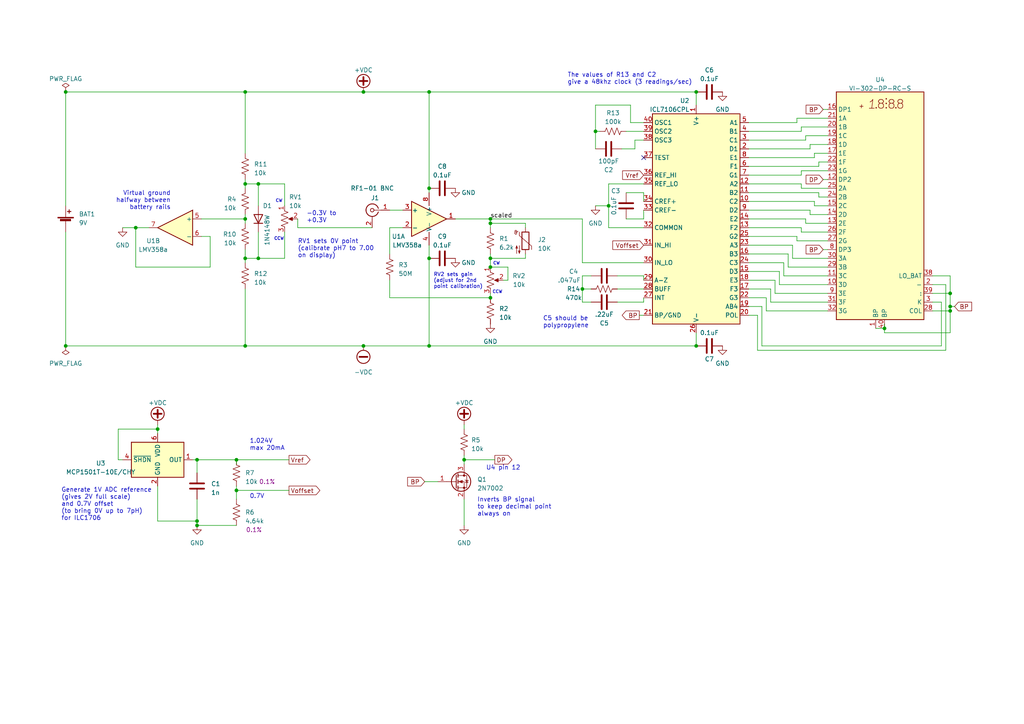
<source format=kicad_sch>
(kicad_sch (version 20230121) (generator eeschema)
  (paper "A4")
  (title_block (title "No-Code Digital pH Meter") (comment 1 "Hackaday Op-Amp Contest"))
  (lib_symbols
    (symbol "Amplifier_Operational:LMV358" (pin_names (offset 0.127))
      (property "Reference" "U" (at 0 5.08 0))
      (property "Value" "LMV358" (at 0 -5.08 0))
      (symbol "LMV358_1_1"
        (polyline (pts (xy -5.08 5.08) (xy 5.08 0) (xy -5.08 -5.08) (xy -5.08 5.08)) (stroke (width 0.254)) (fill (type background)))
        (pin output line (at 7.62 0 180) (length 2.54) (name "~") (number "1"))
        (pin input line (at -7.62 -2.54 0) (length 2.54) (name "-") (number "2"))
        (pin input line (at -7.62 2.54 0) (length 2.54) (name "+") (number "3"))
      )
      (symbol "LMV358_2_1"
        (polyline (pts (xy -5.08 5.08) (xy 5.08 0) (xy -5.08 -5.08) (xy -5.08 5.08)) (stroke (width 0.254)) (fill (type background)))
        (pin input line (at -7.62 2.54 0) (length 2.54) (name "+") (number "5"))
        (pin input line (at -7.62 -2.54 0) (length 2.54) (name "-") (number "6"))
        (pin output line (at 7.62 0 180) (length 2.54) (name "~") (number "7"))
      )
      (symbol "LMV358_3_1"
        (pin power_in line (at -2.54 -7.62 90) (length 3.81) (name "V-") (number "4"))
        (pin power_in line (at -2.54 7.62 270) (length 3.81) (name "V+") (number "8"))
      )
    )
    (symbol "Analog_ADC:ICL7106CPL"
      (property "Reference" "U2" (at 1.9559 34.29 0))
      (property "Value" "ICL7106CPL" (at 1.9559 31.75 0))
      (symbol "ICL7106CPL_0_1"
        (rectangle (start -12.7 30.48) (end 12.7 -30.48) (stroke (width 0.254)) (fill (type background)))
      )
      (symbol "ICL7106CPL_1_1"
        (pin power_in line (at 0 33.02 270) (length 2.54) (name "V+") (number "1"))
        (pin output line (at -15.24 5.08 0) (length 2.54) (name "C2") (number "10"))
        (pin output line (at -15.24 7.62 0) (length 2.54) (name "B2") (number "11"))
        (pin output line (at -15.24 10.16 0) (length 2.54) (name "A2") (number "12"))
        (pin output line (at -15.24 -2.54 0) (length 2.54) (name "F2") (number "13"))
        (pin output line (at -15.24 0 0) (length 2.54) (name "E2") (number "14"))
        (pin output line (at -15.24 -15.24 0) (length 2.54) (name "D3") (number "15"))
        (pin output line (at -15.24 -10.16 0) (length 2.54) (name "B3") (number "16"))
        (pin output line (at -15.24 -20.32 0) (length 2.54) (name "F3") (number "17"))
        (pin output line (at -15.24 -17.78 0) (length 2.54) (name "E3") (number "18"))
        (pin output line (at -15.24 -25.4 0) (length 2.54) (name "AB4") (number "19"))
        (pin output line (at -15.24 20.32 0) (length 2.54) (name "D1") (number "2"))
        (pin output line (at -15.24 -27.94 0) (length 2.54) (name "POL") (number "20"))
        (pin bidirectional line (at 15.24 -27.94 180) (length 2.54) (name "BP/GND") (number "21"))
        (pin output line (at -15.24 -22.86 0) (length 2.54) (name "G3") (number "22"))
        (pin output line (at -15.24 -7.62 0) (length 2.54) (name "A3") (number "23"))
        (pin output line (at -15.24 -12.7 0) (length 2.54) (name "C3") (number "24"))
        (pin output line (at -15.24 -5.08 0) (length 2.54) (name "G2") (number "25"))
        (pin power_in line (at 0 -33.02 90) (length 2.54) (name "V-") (number "26"))
        (pin passive line (at 15.24 -22.86 180) (length 2.54) (name "INT") (number "27"))
        (pin output line (at 15.24 -20.32 180) (length 2.54) (name "BUFF") (number "28"))
        (pin passive line (at 15.24 -17.78 180) (length 2.54) (name "A-Z") (number "29"))
        (pin output line (at -15.24 22.86 0) (length 2.54) (name "C1") (number "3"))
        (pin input line (at 15.24 -12.7 180) (length 2.54) (name "IN_LO") (number "30"))
        (pin input line (at 15.24 -7.62 180) (length 2.54) (name "IN_HI") (number "31"))
        (pin bidirectional line (at 15.24 -2.54 180) (length 2.54) (name "COMMON") (number "32"))
        (pin passive line (at 15.24 2.54 180) (length 2.54) (name "CREF-") (number "33"))
        (pin passive line (at 15.24 5.08 180) (length 2.54) (name "CREF+") (number "34"))
        (pin passive line (at 15.24 10.16 180) (length 2.54) (name "REF_LO") (number "35"))
        (pin passive line (at 15.24 12.7 180) (length 2.54) (name "REF_HI") (number "36"))
        (pin passive line (at 15.24 17.78 180) (length 2.54) (name "TEST") (number "37"))
        (pin passive line (at 15.24 22.86 180) (length 2.54) (name "OSC3") (number "38"))
        (pin passive line (at 15.24 25.4 180) (length 2.54) (name "OSC2") (number "39"))
        (pin output line (at -15.24 25.4 0) (length 2.54) (name "B1") (number "4"))
        (pin passive line (at 15.24 27.94 180) (length 2.54) (name "OSC1") (number "40"))
        (pin output line (at -15.24 27.94 0) (length 2.54) (name "A1") (number "5"))
        (pin output line (at -15.24 15.24 0) (length 2.54) (name "F1") (number "6"))
        (pin output line (at -15.24 12.7 0) (length 2.54) (name "G1") (number "7"))
        (pin output line (at -15.24 17.78 0) (length 2.54) (name "E1") (number "8"))
        (pin output line (at -15.24 2.54 0) (length 2.54) (name "D2") (number "9"))
      )
    )
    (symbol "Connector:Conn_Coaxial" (pin_names (offset 1.016) hide)
      (property "Reference" "J" (at 0.254 3.048 0))
      (property "Value" "Conn_Coaxial" (at 2.921 0 90))
      (symbol "Conn_Coaxial_0_1"
        (arc (start -1.778 -0.508) (mid 0.2311 -1.8066) (end 1.778 0) (stroke (width 0.254)))
        (polyline (pts (xy -2.54 0) (xy -0.508 0)))
        (polyline (pts (xy 0 -2.54) (xy 0 -1.778)))
        (circle (center 0 0) (radius 0.508) (stroke (width 0.2032)))
        (arc (start 1.778 0) (mid 0.2099 1.8101) (end -1.778 0.508) (stroke (width 0.254)))
      )
      (symbol "Conn_Coaxial_1_1"
        (pin passive line (at -5.08 0 0) (length 2.54) (name "In") (number "1"))
        (pin passive line (at 0 -5.08 90) (length 2.54) (name "Ext") (number "2"))
      )
    )
    (symbol "Device:Battery_Cell" (pin_numbers hide) (pin_names (offset 0) hide)
      (property "Reference" "BT" (at 2.54 2.54 0))
      (property "Value" "Battery_Cell" (at 2.54 0 0))
      (symbol "Battery_Cell_0_1"
        (rectangle (start -2.286 1.778) (end 2.286 1.524) (fill (type outline)))
        (rectangle (start -1.5748 1.1938) (end 1.4732 0.6858) (fill (type outline)))
        (polyline (pts (xy 0 0.762) (xy 0 0)))
        (polyline (pts (xy 0 1.778) (xy 0 2.54)))
        (polyline (pts (xy 0.508 3.429) (xy 1.524 3.429)) (stroke (width 0.254)))
        (polyline (pts (xy 1.016 3.937) (xy 1.016 2.921)) (stroke (width 0.254)))
      )
      (symbol "Battery_Cell_1_1"
        (pin passive line (at 0 5.08 270) (length 2.54) (name "+") (number "1"))
        (pin passive line (at 0 -2.54 90) (length 2.54) (name "-") (number "2"))
      )
    )
    (symbol "Device:C" (pin_numbers hide) (pin_names (offset 0.254))
      (property "Reference" "C" (at 0.635 2.54 0))
      (property "Value" "C" (at 0.635 -2.54 0))
      (symbol "C_0_1"
        (polyline (pts (xy -2.032 -0.762) (xy 2.032 -0.762)) (stroke (width 0.508)))
        (polyline (pts (xy -2.032 0.762) (xy 2.032 0.762)) (stroke (width 0.508)))
      )
      (symbol "C_1_1"
        (pin passive line (at 0 3.81 270) (length 2.794) (name "~") (number "1"))
        (pin passive line (at 0 -3.81 90) (length 2.794) (name "~") (number "2"))
      )
    )
    (symbol "Device:R_Potentiometer_US" (pin_names (offset 1.016) hide)
      (property "Reference" "RV" (at -4.445 0 90))
      (property "Value" "R_Potentiometer_US" (at -2.54 0 90))
      (symbol "R_Potentiometer_US_0_1"
        (polyline (pts (xy 0 -2.286) (xy 0 -2.54)))
        (polyline (pts (xy 0 2.54) (xy 0 2.286)))
        (polyline (pts (xy 2.54 0) (xy 1.524 0)))
        (polyline (pts (xy 1.143 0) (xy 2.286 0.508) (xy 2.286 -0.508) (xy 1.143 0)) (fill (type outline)))
        (polyline (pts (xy 0 -0.762) (xy 1.016 -1.143) (xy 0 -1.524) (xy -1.016 -1.905) (xy 0 -2.286)))
        (polyline (pts (xy 0 0.762) (xy 1.016 0.381) (xy 0 0) (xy -1.016 -0.381) (xy 0 -0.762)))
        (polyline (pts (xy 0 2.286) (xy 1.016 1.905) (xy 0 1.524) (xy -1.016 1.143) (xy 0 0.762)))
      )
      (symbol "R_Potentiometer_US_1_1"
        (pin passive line (at 0 3.81 270) (length 1.27) (name "1") (number "1"))
        (pin passive line (at 3.81 0 180) (length 1.27) (name "2") (number "2"))
        (pin passive line (at 0 -3.81 90) (length 1.27) (name "3") (number "3"))
      )
    )
    (symbol "Device:R_US" (pin_numbers hide) (pin_names (offset 0))
      (property "Reference" "R" (at 2.54 0 90))
      (property "Value" "R_US" (at -2.54 0 90))
      (symbol "R_US_0_1"
        (polyline (pts (xy 0 -2.286) (xy 0 -2.54)))
        (polyline (pts (xy 0 2.286) (xy 0 2.54)))
        (polyline (pts (xy 0 -0.762) (xy 1.016 -1.143) (xy 0 -1.524) (xy -1.016 -1.905) (xy 0 -2.286)))
        (polyline (pts (xy 0 0.762) (xy 1.016 0.381) (xy 0 0) (xy -1.016 -0.381) (xy 0 -0.762)))
        (polyline (pts (xy 0 2.286) (xy 1.016 1.905) (xy 0 1.524) (xy -1.016 1.143) (xy 0 0.762)))
      )
      (symbol "R_US_1_1"
        (pin passive line (at 0 3.81 270) (length 1.27) (name "~") (number "1"))
        (pin passive line (at 0 -3.81 90) (length 1.27) (name "~") (number "2"))
      )
    )
    (symbol "Device:Thermistor_NTC" (pin_numbers hide) (pin_names (offset 0))
      (property "Reference" "J2" (at 3.556 0.3175 0))
      (property "Value" "10K" (at 3.556 -2.2225 0))
      (symbol "Thermistor_NTC_0_1"
        (arc (start -3.048 2.159) (mid -3.0495 2.3143) (end -3.175 2.413))
        (arc (start -3.048 2.159) (mid -2.9736 1.9794) (end -2.794 1.905))
        (arc (start -3.048 2.794) (mid -2.9736 2.6144) (end -2.794 2.54))
        (arc (start -2.794 1.905) (mid -2.6144 1.9794) (end -2.54 2.159))
        (arc (start -2.794 2.54) (mid -2.4393 2.5587) (end -2.159 2.794))
        (arc (start -2.794 3.048) (mid -2.9736 2.9736) (end -3.048 2.794))
        (arc (start -2.54 2.794) (mid -2.6144 2.9736) (end -2.794 3.048))
        (rectangle (start -1.016 2.54) (end 1.016 -2.54) (stroke (width 0.254)))
        (polyline (pts (xy -2.54 2.159) (xy -2.54 2.794)))
        (polyline (pts (xy -1.778 2.54) (xy -1.778 1.524) (xy 1.778 -1.524) (xy 1.778 -2.54)))
        (polyline (pts (xy -2.54 -3.683) (xy -2.54 -1.397) (xy -2.794 -2.159) (xy -2.286 -2.159) (xy -2.54 -1.397) (xy -2.54 -1.651)) (fill (type outline)))
        (polyline (pts (xy -1.778 -1.397) (xy -1.778 -3.683) (xy -2.032 -2.921) (xy -1.524 -2.921) (xy -1.778 -3.683) (xy -1.778 -3.429)) (fill (type outline)))
      )
      (symbol "Thermistor_NTC_1_1"
        (pin passive line (at 0 3.81 270) (length 1.27) (name "~") (number "1"))
        (pin passive line (at 0 -3.81 90) (length 1.27) (name "~") (number "5"))
      )
    )
    (symbol "Diode:1N4148W" (pin_numbers hide) (pin_names hide)
      (property "Reference" "D" (at 0 2.54 0))
      (property "Value" "1N4148W" (at 0 -2.54 0))
      (symbol "1N4148W_0_1"
        (polyline (pts (xy -1.27 1.27) (xy -1.27 -1.27)) (stroke (width 0.254)))
        (polyline (pts (xy 1.27 0) (xy -1.27 0)))
        (polyline (pts (xy 1.27 1.27) (xy 1.27 -1.27) (xy -1.27 0) (xy 1.27 1.27)) (stroke (width 0.254)))
      )
      (symbol "1N4148W_1_1"
        (pin passive line (at -3.81 0 0) (length 2.54) (name "K") (number "1"))
        (pin passive line (at 3.81 0 180) (length 2.54) (name "A") (number "2"))
      )
    )
    (symbol "Display_Character:DE113-XX-XX"
      (property "Reference" "U4" (at 0 36.576 0))
      (property "Value" "VI-302-DP-RC-S" (at 0 34.036 0))
      (symbol "DE113-XX-XX_0_0"
        (text "+" (at -5.461 28.956 0) (effects (font (size 1.27 1.27) italic)))
        (text "." (at -1.143 29.464 0) (effects (font (size 2.54 2.54))))
        (text "." (at 1.778 29.464 0) (effects (font (size 2.54 2.54))))
        (text "." (at 4.572 29.464 0) (effects (font (size 2.54 2.54))))
        (text "1" (at -2.413 29.464 0) (effects (font (size 2.54 2.54) italic)))
        (text "8" (at 0.254 29.464 0) (effects (font (size 2.54 2.54))))
        (text "8" (at 3.302 29.464 0) (effects (font (size 2.54 2.54))))
        (text "8" (at 5.842 29.464 0) (effects (font (size 2.54 2.54))))
        (text ":" (at 1.778 30.734 0) (effects (font (size 2.54 2.54))))
      )
      (symbol "DE113-XX-XX_0_1"
        (rectangle (start -12.7 33.02) (end 12.7 -33.02) (stroke (width 0.254)) (fill (type background)))
      )
      (symbol "DE113-XX-XX_1_1"
        (pin input line (at -1.27 -35.56 90) (length 2.54) (name "BP") (number "1"))
        (pin input line (at -15.24 -22.86 0) (length 2.54) (name "3D") (number "10"))
        (pin input line (at -15.24 -20.32 0) (length 2.54) (name "3C") (number "11"))
        (pin input line (at -15.24 7.62 0) (length 2.54) (name "DP2") (number "12"))
        (pin input line (at -15.24 -5.08 0) (length 2.54) (name "2E") (number "13"))
        (pin input line (at -15.24 -2.54 0) (length 2.54) (name "2D") (number "14"))
        (pin input line (at -15.24 0 0) (length 2.54) (name "2C") (number "15"))
        (pin input line (at -15.24 27.94 0) (length 2.54) (name "DP1") (number "16"))
        (pin input line (at -15.24 15.24 0) (length 2.54) (name "1E") (number "17"))
        (pin input line (at -15.24 17.78 0) (length 2.54) (name "1D") (number "18"))
        (pin input line (at -15.24 20.32 0) (length 2.54) (name "1C") (number "19"))
        (pin input line (at 15.24 -22.86 180) (length 2.54) (name "-") (number "2"))
        (pin input line (at -15.24 22.86 0) (length 2.54) (name "1B") (number "20"))
        (pin input line (at -15.24 25.4 0) (length 2.54) (name "1A") (number "21"))
        (pin input line (at -15.24 12.7 0) (length 2.54) (name "1F") (number "22"))
        (pin input line (at -15.24 10.16 0) (length 2.54) (name "1G") (number "23"))
        (pin input line (at -15.24 2.54 0) (length 2.54) (name "2B") (number "24"))
        (pin input line (at -15.24 5.08 0) (length 2.54) (name "2A") (number "25"))
        (pin input line (at -15.24 -7.62 0) (length 2.54) (name "2F") (number "26"))
        (pin input line (at -15.24 -10.16 0) (length 2.54) (name "2G") (number "27"))
        (pin input line (at 15.24 -30.48 180) (length 2.54) (name "COL") (number "28"))
        (pin input line (at -15.24 -17.78 0) (length 2.54) (name "3B") (number "29"))
        (pin input line (at 15.24 -27.94 180) (length 2.54) (name "K") (number "3"))
        (pin input line (at -15.24 -15.24 0) (length 2.54) (name "3A") (number "30"))
        (pin input line (at -15.24 -27.94 0) (length 2.54) (name "3F") (number "31"))
        (pin input line (at -15.24 -30.48 0) (length 2.54) (name "3G") (number "32"))
        (pin no_connect line (at 12.7 7.62 0) (length 2.54) hide (name "NC") (number "33"))
        (pin no_connect line (at 12.7 10.16 0) (length 2.54) hide (name "NC") (number "34"))
        (pin no_connect line (at 12.7 12.7 0) (length 2.54) hide (name "NC") (number "35"))
        (pin no_connect line (at 12.7 15.24 0) (length 2.54) hide (name "NC") (number "36"))
        (pin no_connect line (at 12.7 17.78 0) (length 2.54) hide (name "NC") (number "37"))
        (pin input line (at 15.24 -20.32 180) (length 2.54) (name "LO_BAT") (number "38"))
        (pin input line (at 15.24 -25.4 180) (length 2.54) (name ":") (number "39"))
        (pin no_connect line (at 12.7 27.94 0) (length 2.54) hide (name "NC") (number "4"))
        (pin input line (at 1.27 -35.56 90) (length 2.54) (name "BP") (number "40"))
        (pin no_connect line (at 12.7 25.4 0) (length 2.54) hide (name "NC") (number "5"))
        (pin no_connect line (at 12.7 22.86 0) (length 2.54) hide (name "NC") (number "6"))
        (pin no_connect line (at 12.7 20.32 0) (length 2.54) hide (name "NC") (number "7"))
        (pin input line (at -15.24 -12.7 0) (length 2.54) (name "DP3") (number "8"))
        (pin input line (at -15.24 -25.4 0) (length 2.54) (name "3E") (number "9"))
      )
    )
    (symbol "Reference_Voltage:MCP1501-10xCH"
      (property "Reference" "U" (at -6.35 6.35 0))
      (property "Value" "MCP1501-10xCH" (at 10.16 6.35 0))
      (symbol "MCP1501-10xCH_0_0"
        (pin power_out line (at 10.16 0 180) (length 2.54) (name "OUT") (number "1"))
        (pin power_in line (at 0 -7.62 90) (length 2.54) (name "GND") (number "2"))
        (pin passive line (at 0 -7.62 90) (length 2.54) hide (name "GND") (number "3"))
        (pin input line (at -10.16 0 0) (length 2.54) (name "~{SHDN}") (number "4"))
        (pin passive line (at 0 -7.62 90) (length 2.54) hide (name "GND") (number "5"))
        (pin power_in line (at 0 7.62 270) (length 2.54) (name "VDD") (number "6"))
      )
      (symbol "MCP1501-10xCH_0_1"
        (rectangle (start -7.62 5.08) (end 7.62 -5.08) (stroke (width 0.254)) (fill (type background)))
      )
    )
    (symbol "Transistor_FET:2N7002" (pin_names hide)
      (property "Reference" "Q" (at 5.08 1.905 0))
      (property "Value" "2N7002" (at 5.08 0 0))
      (symbol "2N7002_0_1"
        (polyline (pts (xy 0.254 0) (xy -2.54 0)))
        (polyline (pts (xy 0.254 1.905) (xy 0.254 -1.905)) (stroke (width 0.254)))
        (polyline (pts (xy 0.762 -1.27) (xy 0.762 -2.286)) (stroke (width 0.254)))
        (polyline (pts (xy 0.762 0.508) (xy 0.762 -0.508)) (stroke (width 0.254)))
        (polyline (pts (xy 0.762 2.286) (xy 0.762 1.27)) (stroke (width 0.254)))
        (polyline (pts (xy 2.54 2.54) (xy 2.54 1.778)))
        (polyline (pts (xy 2.54 -2.54) (xy 2.54 0) (xy 0.762 0)))
        (polyline (pts (xy 0.762 -1.778) (xy 3.302 -1.778) (xy 3.302 1.778) (xy 0.762 1.778)))
        (polyline (pts (xy 1.016 0) (xy 2.032 0.381) (xy 2.032 -0.381) (xy 1.016 0)) (fill (type outline)))
        (polyline (pts (xy 2.794 0.508) (xy 2.921 0.381) (xy 3.683 0.381) (xy 3.81 0.254)))
        (polyline (pts (xy 3.302 0.381) (xy 2.921 -0.254) (xy 3.683 -0.254) (xy 3.302 0.381)))
        (circle (center 1.651 0) (radius 2.794) (stroke (width 0.254)))
        (circle (center 2.54 -1.778) (radius 0.254) (fill (type outline)))
        (circle (center 2.54 1.778) (radius 0.254) (fill (type outline)))
      )
      (symbol "2N7002_1_1"
        (pin input line (at -5.08 0 0) (length 2.54) (name "G") (number "1"))
        (pin passive line (at 2.54 -5.08 90) (length 2.54) (name "S") (number "2"))
        (pin passive line (at 2.54 5.08 270) (length 2.54) (name "D") (number "3"))
      )
    )
    (symbol "power:+VDC" (power) (pin_names (offset 0))
      (property "Value" "+VDC" (at 0 6.35 0))
      (symbol "+VDC_0_1"
        (polyline (pts (xy -1.143 3.175) (xy 1.143 3.175)) (stroke (width 0.508)))
        (polyline (pts (xy 0 0) (xy 0 1.27)))
        (polyline (pts (xy 0 2.032) (xy 0 4.318)) (stroke (width 0.508)))
        (circle (center 0 3.175) (radius 1.905) (stroke (width 0.254)))
      )
      (symbol "+VDC_1_1"
        (pin power_in line (at 0 0 90) (length 0) hide (name "+VDC") (number "1"))
      )
    )
    (symbol "power:-VDC" (power) (pin_names (offset 0))
      (property "Value" "-VDC" (at 0 6.35 0))
      (symbol "-VDC_0_1"
        (polyline (pts (xy -1.143 3.175) (xy 1.143 3.175)) (stroke (width 0.508)))
        (polyline (pts (xy 0 0) (xy 0 1.27)))
        (circle (center 0 3.175) (radius 1.905) (stroke (width 0.254)))
      )
      (symbol "-VDC_1_1"
        (pin power_in line (at 0 0 90) (length 0) hide (name "-VDC") (number "1"))
      )
    )
    (symbol "power:GND" (power) (pin_names (offset 0))
      (property "Value" "GND" (at 0 -3.81 0))
      (symbol "GND_0_1"
        (polyline (pts (xy 0 0) (xy 0 -1.27) (xy 1.27 -1.27) (xy 0 -2.54) (xy -1.27 -1.27) (xy 0 -1.27)))
      )
      (symbol "GND_1_1"
        (pin power_in line (at 0 0 270) (length 0) hide (name "GND") (number "1"))
      )
    )
    (symbol "power:PWR_FLAG" (power) (pin_numbers hide) (pin_names (offset 0) hide)
      (property "Value" "PWR_FLAG" (at 0 3.81 0))
      (symbol "PWR_FLAG_0_0"
        (pin power_out line (at 0 0 90) (length 0) (name "pwr") (number "1"))
      )
      (symbol "PWR_FLAG_0_1"
        (polyline (pts (xy 0 0) (xy 0 1.27) (xy -1.016 1.905) (xy 0 2.54) (xy 1.016 1.905) (xy 0 1.27)))
      )
    )
  )
  (junction (at 275.59 88.9))
  (junction (at 142.24 77.47))
  (junction (at 142.24 64.77))
  (junction (at 74.93 74.93))
  (junction (at 71.12 63.5))
  (junction (at 68.58 142.24))
  (junction (at 124.46 54.61))
  (junction (at 275.59 90.17))
  (junction (at 19.05 100.33))
  (junction (at 124.46 26.67))
  (junction (at 124.46 100.33))
  (junction (at 201.93 100.33))
  (junction (at 71.12 100.33))
  (junction (at 19.05 26.67))
  (junction (at 176.53 59.69))
  (junction (at 57.15 151.13))
  (junction (at 45.72 124.46))
  (junction (at 134.62 133.35))
  (junction (at 201.93 26.67))
  (junction (at 142.24 74.93))
  (junction (at 57.15 133.35))
  (junction (at 172.72 38.1))
  (junction (at 142.24 86.36))
  (junction (at 168.91 83.82))
  (junction (at 71.12 74.93))
  (junction (at 124.46 74.93))
  (junction (at 275.59 85.09))
  (junction (at 57.15 152.4))
  (junction (at 39.37 66.04))
  (junction (at 105.41 26.67))
  (junction (at 68.58 133.35))
  (junction (at 74.93 53.34))
  (junction (at 105.41 100.33))
  (junction (at 142.24 63.5))
  (junction (at 256.54 95.25))
  (junction (at 71.12 53.34))
  (junction (at 71.12 26.67))
  (no_connect (at 186.69 45.72))
  (wire (pts (xy 176.53 66.04) (xy 186.69 66.04)))
  (wire (pts (xy 231.14 34.29) (xy 231.14 35.56)))
  (wire (pts (xy 274.32 101.6) (xy 219.71 101.6)))
  (wire (pts (xy 254 95.25) (xy 256.54 95.25)))
  (wire (pts (xy 182.88 30.48) (xy 172.72 30.48)))
  (wire (pts (xy 19.05 100.33) (xy 71.12 100.33)))
  (wire (pts (xy 274.32 82.55) (xy 274.32 101.6)))
  (wire (pts (xy 39.37 66.04) (xy 35.56 66.04)))
  (wire (pts (xy 233.68 39.37) (xy 233.68 40.64)))
  (wire (pts (xy 227.33 80.01) (xy 240.03 80.01)))
  (wire (pts (xy 186.69 60.96) (xy 186.69 63.5)))
  (wire (pts (xy 236.22 59.69) (xy 236.22 58.42)))
  (wire (pts (xy 68.58 142.24) (xy 68.58 144.78)))
  (wire (pts (xy 147.32 77.47) (xy 142.24 77.47)))
  (wire (pts (xy 219.71 91.44) (xy 217.17 91.44)))
  (wire (pts (xy 217.17 83.82) (xy 223.52 83.82)))
  (wire (pts (xy 237.49 57.15) (xy 237.49 55.88)))
  (wire (pts (xy 19.05 26.67) (xy 19.05 59.69)))
  (wire (pts (xy 57.15 137.16) (xy 57.15 133.35)))
  (wire (pts (xy 217.17 78.74) (xy 226.06 78.74)))
  (wire (pts (xy 186.69 55.88) (xy 186.69 58.42)))
  (wire (pts (xy 142.24 63.5) (xy 142.24 64.77)))
  (wire (pts (xy 68.58 134.62) (xy 68.58 133.35)))
  (wire (pts (xy 168.91 83.82) (xy 168.91 87.63)))
  (wire (pts (xy 142.24 73.66) (xy 142.24 74.93)))
  (wire (pts (xy 186.69 63.5) (xy 181.61 63.5)))
  (wire (pts (xy 201.93 30.48) (xy 201.93 26.67)))
  (wire (pts (xy 113.03 60.96) (xy 116.84 60.96)))
  (wire (pts (xy 237.49 57.15) (xy 240.03 57.15)))
  (wire (pts (xy 45.72 140.97) (xy 45.72 151.13)))
  (wire (pts (xy 232.41 66.04) (xy 217.17 66.04)))
  (wire (pts (xy 71.12 63.5) (xy 71.12 64.77)))
  (wire (pts (xy 256.54 95.25) (xy 256.54 96.52)))
  (wire (pts (xy 113.03 86.36) (xy 142.24 86.36)))
  (wire (pts (xy 74.93 53.34) (xy 74.93 59.69)))
  (wire (pts (xy 179.07 80.01) (xy 186.69 80.01)))
  (wire (pts (xy 228.6 77.47) (xy 240.03 77.47)))
  (wire (pts (xy 217.17 86.36) (xy 222.25 86.36)))
  (wire (pts (xy 147.32 81.28) (xy 147.32 77.47)))
  (wire (pts (xy 270.51 90.17) (xy 275.59 90.17)))
  (wire (pts (xy 123.19 139.7) (xy 127 139.7)))
  (wire (pts (xy 231.14 69.85) (xy 231.14 68.58)))
  (wire (pts (xy 134.62 123.19) (xy 134.62 124.46)))
  (wire (pts (xy 232.41 67.31) (xy 232.41 66.04)))
  (wire (pts (xy 256.54 96.52) (xy 275.59 96.52)))
  (wire (pts (xy 184.15 43.18) (xy 184.15 40.64)))
  (wire (pts (xy 168.91 83.82) (xy 168.91 80.01)))
  (wire (pts (xy 232.41 38.1) (xy 217.17 38.1)))
  (wire (pts (xy 134.62 144.78) (xy 134.62 152.4)))
  (wire (pts (xy 124.46 26.67) (xy 201.93 26.67)))
  (wire (pts (xy 71.12 26.67) (xy 105.41 26.67)))
  (wire (pts (xy 71.12 74.93) (xy 71.12 76.2)))
  (wire (pts (xy 217.17 48.26) (xy 237.49 48.26)))
  (wire (pts (xy 275.59 96.52) (xy 275.59 90.17)))
  (wire (pts (xy 222.25 90.17) (xy 240.03 90.17)))
  (wire (pts (xy 45.72 123.19) (xy 45.72 124.46)))
  (wire (pts (xy 232.41 49.53) (xy 232.41 50.8)))
  (wire (pts (xy 82.55 53.34) (xy 74.93 53.34)))
  (wire (pts (xy 105.41 100.33) (xy 124.46 100.33)))
  (wire (pts (xy 132.08 63.5) (xy 142.24 63.5)))
  (wire (pts (xy 181.61 55.88) (xy 186.69 55.88)))
  (wire (pts (xy 71.12 83.82) (xy 71.12 100.33)))
  (wire (pts (xy 182.88 35.56) (xy 182.88 30.48)))
  (wire (pts (xy 222.25 86.36) (xy 222.25 90.17)))
  (wire (pts (xy 228.6 73.66) (xy 228.6 77.47)))
  (wire (pts (xy 234.95 62.23) (xy 240.03 62.23)))
  (wire (pts (xy 234.95 43.18) (xy 217.17 43.18)))
  (wire (pts (xy 185.42 91.44) (xy 186.69 91.44)))
  (wire (pts (xy 232.41 53.34) (xy 232.41 54.61)))
  (wire (pts (xy 234.95 41.91) (xy 234.95 43.18)))
  (wire (pts (xy 217.17 88.9) (xy 220.98 88.9)))
  (wire (pts (xy 180.34 43.18) (xy 184.15 43.18)))
  (wire (pts (xy 60.96 68.58) (xy 58.42 68.58)))
  (wire (pts (xy 71.12 53.34) (xy 71.12 54.61)))
  (wire (pts (xy 60.96 77.47) (xy 60.96 68.58)))
  (wire (pts (xy 176.53 53.34) (xy 176.53 59.69)))
  (wire (pts (xy 217.17 55.88) (xy 237.49 55.88)))
  (wire (pts (xy 275.59 80.01) (xy 275.59 85.09)))
  (wire (pts (xy 71.12 100.33) (xy 105.41 100.33)))
  (wire (pts (xy 227.33 76.2) (xy 227.33 80.01)))
  (wire (pts (xy 124.46 54.61) (xy 124.46 55.88)))
  (wire (pts (xy 232.41 67.31) (xy 240.03 67.31)))
  (wire (pts (xy 45.72 124.46) (xy 45.72 125.73)))
  (wire (pts (xy 19.05 26.67) (xy 71.12 26.67)))
  (wire (pts (xy 168.91 63.5) (xy 168.91 76.2)))
  (wire (pts (xy 172.72 30.48) (xy 172.72 38.1)))
  (wire (pts (xy 74.93 67.31) (xy 74.93 74.93)))
  (wire (pts (xy 270.51 82.55) (xy 274.32 82.55)))
  (wire (pts (xy 231.14 34.29) (xy 240.03 34.29)))
  (wire (pts (xy 236.22 45.72) (xy 217.17 45.72)))
  (wire (pts (xy 134.62 133.35) (xy 143.51 133.35)))
  (wire (pts (xy 142.24 63.5) (xy 168.91 63.5)))
  (wire (pts (xy 201.93 96.52) (xy 201.93 100.33)))
  (wire (pts (xy 226.06 78.74) (xy 226.06 82.55)))
  (wire (pts (xy 171.45 87.63) (xy 168.91 87.63)))
  (wire (pts (xy 217.17 71.12) (xy 229.87 71.12)))
  (wire (pts (xy 234.95 41.91) (xy 240.03 41.91)))
  (wire (pts (xy 57.15 151.13) (xy 57.15 152.4)))
  (wire (pts (xy 231.14 35.56) (xy 217.17 35.56)))
  (wire (pts (xy 237.49 46.99) (xy 240.03 46.99)))
  (wire (pts (xy 142.24 64.77) (xy 142.24 66.04)))
  (wire (pts (xy 256.54 95.25) (xy 256.54 93.98)))
  (wire (pts (xy 134.62 133.35) (xy 134.62 134.62)))
  (wire (pts (xy 152.4 73.66) (xy 152.4 74.93)))
  (wire (pts (xy 237.49 46.99) (xy 237.49 48.26)))
  (wire (pts (xy 236.22 44.45) (xy 236.22 45.72)))
  (wire (pts (xy 270.51 80.01) (xy 275.59 80.01)))
  (wire (pts (xy 142.24 85.09) (xy 142.24 86.36)))
  (wire (pts (xy 273.05 100.33) (xy 273.05 87.63)))
  (wire (pts (xy 45.72 124.46) (xy 34.29 124.46)))
  (wire (pts (xy 229.87 71.12) (xy 229.87 74.93)))
  (wire (pts (xy 233.68 64.77) (xy 233.68 63.5)))
  (wire (pts (xy 232.41 36.83) (xy 240.03 36.83)))
  (wire (pts (xy 275.59 90.17) (xy 275.59 88.9)))
  (wire (pts (xy 146.05 81.28) (xy 147.32 81.28)))
  (wire (pts (xy 35.56 133.35) (xy 34.29 133.35)))
  (wire (pts (xy 232.41 36.83) (xy 232.41 38.1)))
  (wire (pts (xy 142.24 74.93) (xy 142.24 77.47)))
  (wire (pts (xy 275.59 88.9) (xy 275.59 85.09)))
  (wire (pts (xy 152.4 64.77) (xy 152.4 66.04)))
  (wire (pts (xy 57.15 152.4) (xy 68.58 152.4)))
  (wire (pts (xy 233.68 63.5) (xy 217.17 63.5)))
  (wire (pts (xy 113.03 73.66) (xy 113.03 66.04)))
  (wire (pts (xy 232.41 50.8) (xy 217.17 50.8)))
  (wire (pts (xy 223.52 87.63) (xy 240.03 87.63)))
  (wire (pts (xy 186.69 87.63) (xy 179.07 87.63)))
  (wire (pts (xy 172.72 59.69) (xy 176.53 59.69)))
  (wire (pts (xy 231.14 69.85) (xy 240.03 69.85)))
  (wire (pts (xy 186.69 35.56) (xy 182.88 35.56)))
  (wire (pts (xy 217.17 76.2) (xy 227.33 76.2)))
  (wire (pts (xy 82.55 67.31) (xy 82.55 74.93)))
  (wire (pts (xy 232.41 54.61) (xy 240.03 54.61)))
  (wire (pts (xy 124.46 26.67) (xy 124.46 54.61)))
  (wire (pts (xy 238.76 52.07) (xy 240.03 52.07)))
  (wire (pts (xy 276.86 88.9) (xy 275.59 88.9)))
  (wire (pts (xy 220.98 88.9) (xy 220.98 100.33)))
  (wire (pts (xy 219.71 101.6) (xy 219.71 91.44)))
  (wire (pts (xy 234.95 62.23) (xy 234.95 60.96)))
  (wire (pts (xy 82.55 74.93) (xy 74.93 74.93)))
  (wire (pts (xy 217.17 58.42) (xy 236.22 58.42)))
  (wire (pts (xy 74.93 74.93) (xy 71.12 74.93)))
  (wire (pts (xy 172.72 38.1) (xy 172.72 43.18)))
  (wire (pts (xy 224.79 85.09) (xy 240.03 85.09)))
  (wire (pts (xy 68.58 140.97) (xy 68.58 142.24)))
  (wire (pts (xy 186.69 80.01) (xy 186.69 81.28)))
  (wire (pts (xy 134.62 132.08) (xy 134.62 133.35)))
  (wire (pts (xy 71.12 62.23) (xy 71.12 63.5)))
  (wire (pts (xy 86.36 66.04) (xy 107.95 66.04)))
  (wire (pts (xy 58.42 63.5) (xy 71.12 63.5)))
  (wire (pts (xy 220.98 100.33) (xy 273.05 100.33)))
  (wire (pts (xy 238.76 72.39) (xy 240.03 72.39)))
  (wire (pts (xy 86.36 66.04) (xy 86.36 63.5)))
  (wire (pts (xy 233.68 39.37) (xy 240.03 39.37)))
  (wire (pts (xy 71.12 52.07) (xy 71.12 53.34)))
  (wire (pts (xy 55.88 133.35) (xy 57.15 133.35)))
  (wire (pts (xy 273.05 87.63) (xy 270.51 87.63)))
  (wire (pts (xy 172.72 38.1) (xy 173.99 38.1)))
  (wire (pts (xy 45.72 151.13) (xy 57.15 151.13)))
  (wire (pts (xy 232.41 49.53) (xy 240.03 49.53)))
  (wire (pts (xy 57.15 133.35) (xy 68.58 133.35)))
  (wire (pts (xy 217.17 60.96) (xy 234.95 60.96)))
  (wire (pts (xy 19.05 67.31) (xy 19.05 100.33)))
  (wire (pts (xy 236.22 59.69) (xy 240.03 59.69)))
  (wire (pts (xy 224.79 81.28) (xy 224.79 85.09)))
  (wire (pts (xy 68.58 142.24) (xy 83.82 142.24)))
  (wire (pts (xy 34.29 124.46) (xy 34.29 133.35)))
  (wire (pts (xy 105.41 26.67) (xy 124.46 26.67)))
  (wire (pts (xy 152.4 64.77) (xy 142.24 64.77)))
  (wire (pts (xy 176.53 59.69) (xy 176.53 66.04)))
  (wire (pts (xy 186.69 53.34) (xy 176.53 53.34)))
  (wire (pts (xy 223.52 83.82) (xy 223.52 87.63)))
  (wire (pts (xy 74.93 53.34) (xy 71.12 53.34)))
  (wire (pts (xy 60.96 77.47) (xy 39.37 77.47)))
  (wire (pts (xy 217.17 53.34) (xy 232.41 53.34)))
  (wire (pts (xy 233.68 64.77) (xy 240.03 64.77)))
  (wire (pts (xy 124.46 100.33) (xy 201.93 100.33)))
  (wire (pts (xy 113.03 86.36) (xy 113.03 81.28)))
  (wire (pts (xy 43.18 66.04) (xy 39.37 66.04)))
  (wire (pts (xy 270.51 85.09) (xy 275.59 85.09)))
  (wire (pts (xy 113.03 66.04) (xy 116.84 66.04)))
  (wire (pts (xy 82.55 59.69) (xy 82.55 53.34)))
  (wire (pts (xy 39.37 66.04) (xy 39.37 77.47)))
  (wire (pts (xy 142.24 74.93) (xy 152.4 74.93)))
  (wire (pts (xy 217.17 81.28) (xy 224.79 81.28)))
  (wire (pts (xy 168.91 76.2) (xy 186.69 76.2)))
  (wire (pts (xy 68.58 133.35) (xy 83.82 133.35)))
  (wire (pts (xy 168.91 83.82) (xy 171.45 83.82)))
  (wire (pts (xy 57.15 144.78) (xy 57.15 151.13)))
  (wire (pts (xy 217.17 73.66) (xy 228.6 73.66)))
  (wire (pts (xy 233.68 40.64) (xy 217.17 40.64)))
  (wire (pts (xy 229.87 74.93) (xy 240.03 74.93)))
  (wire (pts (xy 226.06 82.55) (xy 240.03 82.55)))
  (wire (pts (xy 71.12 72.39) (xy 71.12 74.93)))
  (wire (pts (xy 231.14 68.58) (xy 217.17 68.58)))
  (wire (pts (xy 179.07 83.82) (xy 186.69 83.82)))
  (wire (pts (xy 184.15 40.64) (xy 186.69 40.64)))
  (wire (pts (xy 124.46 71.12) (xy 124.46 74.93)))
  (wire (pts (xy 186.69 86.36) (xy 186.69 87.63)))
  (wire (pts (xy 236.22 44.45) (xy 240.03 44.45)))
  (wire (pts (xy 181.61 38.1) (xy 186.69 38.1)))
  (wire (pts (xy 238.76 31.75) (xy 240.03 31.75)))
  (wire (pts (xy 71.12 44.45) (xy 71.12 26.67)))
  (wire (pts (xy 168.91 80.01) (xy 171.45 80.01)))
  (wire (pts (xy 124.46 74.93) (xy 124.46 100.33)))
  (text "CCW" (at 79.4524 69.8624 0) (effects (font (size 0.889 0.889)) (justify left bottom)))
  (text "C5 should be\npolypropylene" (at 157.48 95.25 0) (effects (font (size 1.27 1.27)) (justify left bottom)))
  (text "1.024V\nmax 20mA" (at 72.39 130.81 0) (effects (font (size 1.27 1.27)) (justify left bottom)))
  (text "The values of R13 and C2\ngive a 48khz clock (3 readings/sec)" (at 164.592 24.638 0) (effects (font (size 1.27 1.27)) (justify left bottom)))
  (text "RV2 sets gain\n(adjust for 2nd\npoint calibration)" (at 125.73 83.82 0) (effects (font (size 1.0668 1.0668)) (justify left bottom)))
  (text "Virtual ground\nhalfway between\nbattery rails" (at 49.53 60.96 0) (effects (font (size 1.27 1.27)) (justify right bottom)))
  (text "RV1 sets 0V point\n(calibrate pH7 to 7.00\non display)" (at 86.36 74.93 0) (effects (font (size 1.27 1.27)) (justify left bottom)))
  (text "Generate 1V ADC reference\n(gives 2V full scale)\nand 0.7V offset\n(to bring 0V up to 7pH)\nfor ILC1706" (at 17.78 151.13 0) (effects (font (size 1.27 1.27)) (justify left bottom)))
  (text "CCW" (at 142.7857 85.2966 0) (effects (font (size 0.889 0.889)) (justify left bottom)))
  (text "U4 pin 12" (at 140.97 136.525 0) (effects (font (size 1.27 1.27)) (justify left bottom)))
  (text "-0.3V to\n+0.3V" (at 88.9 64.77 0) (effects (font (size 1.27 1.27)) (justify left bottom)))
  (text "0.7V" (at 72.39 144.78 0) (effects (font (size 1.27 1.27)) (justify left bottom)))
  (text "CW" (at 142.9793 77.0231 0) (effects (font (size 0.889 0.889)) (justify left bottom)))
  (text "CW" (at 79.8998 58.8836 0) (effects (font (size 0.889 0.889)) (justify left bottom)))
  (text "Inverts BP signal\nto keep decimal point\nalways on" (at 138.43 149.86 0) (effects (font (size 1.27 1.27)) (justify left bottom)))
  (label "scaled" (at 142.24 63.5 0))
  (global_label "BP" (shape input) (at 123.19 139.7 180) (property "Intersheetrefs" "${INTERSHEET_REFS}" (effects hide)))
  (global_label "Voffset" (shape output) (at 83.82 142.24 0) (property "Intersheetrefs" "${INTERSHEET_REFS}" (effects hide)))
  (global_label "Vref" (shape input) (at 186.69 50.8 180) (property "Intersheetrefs" "${INTERSHEET_REFS}" (effects hide)))
  (global_label "DP" (shape input) (at 238.76 52.07 180) (property "Intersheetrefs" "${INTERSHEET_REFS}" (effects hide)))
  (global_label "BP" (shape input) (at 276.86 88.9 0) (property "Intersheetrefs" "${INTERSHEET_REFS}" (effects hide)))
  (global_label "Voffset" (shape input) (at 186.69 71.12 180) (property "Intersheetrefs" "${INTERSHEET_REFS}" (effects hide)))
  (global_label "BP" (shape output) (at 185.42 91.44 180) (property "Intersheetrefs" "${INTERSHEET_REFS}" (effects hide)))
  (global_label "DP" (shape output) (at 143.51 133.35 0) (property "Intersheetrefs" "${INTERSHEET_REFS}" (effects hide)))
  (global_label "BP" (shape input) (at 238.76 31.75 180) (property "Intersheetrefs" "${INTERSHEET_REFS}" (effects hide)))
  (global_label "Vref" (shape output) (at 83.82 133.35 0) (property "Intersheetrefs" "${INTERSHEET_REFS}" (effects hide)))
  (global_label "BP" (shape input) (at 238.76 72.39 180) (property "Intersheetrefs" "${INTERSHEET_REFS}" (effects hide)))
  (symbol (lib_id "Device:R_US") (at 175.26 83.82 270) (unit 1)
    (property "Reference" "R14" (at 166.37 83.82 90))
    (property "Value" "470k" (at 166.37 86.36 90))
    (property "Footprint" "Resistor_SMD:R_0805_2012Metric_Pad1.20x1.40mm_HandSolder" (effects hide))
  )
  (symbol (lib_id "Device:R_US") (at 113.03 77.47 0) (unit 1)
    (property "Reference" "R3" (at 115.57 76.835 0) (effects (justify left)))
    (property "Value" "50M" (at 115.57 79.375 0) (effects (justify left)))
    (property "Footprint" "Resistor_SMD:R_0805_2012Metric_Pad1.20x1.40mm_HandSolder" (effects hide))
  )
  (symbol (lib_id "power:GND") (at 132.08 54.61 0) (unit 1)
    (property "Reference" "#PWR012" (effects hide))
    (property "Value" "GND" (at 135.89 55.88 0))
  )
  (symbol (lib_id "Device:C") (at 205.74 100.33 90) (unit 1)
    (property "Reference" "C7" (at 205.74 104.14 90))
    (property "Value" "0.1uF" (at 205.74 96.52 90))
    (property "Footprint" "Capacitor_SMD:C_0805_2012Metric_Pad1.18x1.45mm_HandSolder" (effects hide))
  )
  (symbol (lib_id "Amplifier_Operational:LMV358") (at 124.46 63.5 0) (unit 1)
    (property "Reference" "U1" (at 115.57 68.58 0))
    (property "Value" "LMV358a" (at 118.11 71.12 0))
    (property "Footprint" "Package_SO:SOIC-8_3.9x4.9mm_P1.27mm" (effects hide))
    (property "Datasheet" "https://www.ti.com/lit/ds/symlink/lmv358a.pdf" (effects hide))
    (property "Sim.Library" "/home/cris/Downloads/sbomam9b/lmv358a.lib" (effects hide))
    (property "Sim.Name" "LMV358A" (effects hide))
    (property "Sim.Device" "SUBCKT" (effects hide))
    (property "Sim.Pins" "1=OUT 2=IN- 3=IN+ 4=VEE 8=VCC" (effects hide))
  )
  (symbol (lib_id "Device:R_US") (at 134.62 128.27 180) (unit 1)
    (property "Reference" "R5" (at 136.652 127.635 0) (effects (justify right)))
    (property "Value" "10k" (at 136.652 130.175 0) (effects (justify right)))
    (property "Footprint" "Resistor_SMD:R_0805_2012Metric_Pad1.20x1.40mm_HandSolder" (effects hide))
  )
  (symbol (lib_id "Display_Character:DE113-XX-XX") (at 255.27 59.69 0) (unit 1)
    (property "Reference" "U4" (at 255.27 23.114 0))
    (property "Value" "VI-302-DP-RC-S" (at 255.27 25.654 0))
    (property "Footprint" "Display_7Segment:DE113-XX-XX" (effects hide))
    (property "Datasheet" "https://media.digikey.com/pdf/Data%20Sheets/Varitronix%20PDFs/VI-302%20Line%20Drawing.pdf" (effects hide))
  )
  (symbol (lib_id "power:GND") (at 134.62 152.4 0) (unit 1)
    (property "Reference" "#PWR03" (effects hide))
    (property "Value" "GND" (at 134.62 157.48 0))
  )
  (symbol (lib_id "power:GND") (at 57.15 152.4 0) (unit 1)
    (property "Reference" "#PWR02" (effects hide))
    (property "Value" "GND" (at 57.15 157.48 0))
  )
  (symbol (lib_id "Device:R_US") (at 142.24 69.85 180) (unit 1)
    (property "Reference" "R1" (at 144.78 69.215 0) (effects (justify right)))
    (property "Value" "6.2k" (at 144.78 71.755 0) (effects (justify right)))
    (property "Footprint" "Resistor_SMD:R_0805_2012Metric_Pad1.20x1.40mm_HandSolder" (effects hide))
  )
  (symbol (lib_id "Device:C") (at 128.27 54.61 90) (unit 1)
    (property "Reference" "C8" (at 128.27 48.26 90))
    (property "Value" "0.1uF" (at 128.27 50.8 90))
    (property "Footprint" "Capacitor_SMD:C_0805_2012Metric_Pad1.18x1.45mm_HandSolder" (effects hide))
  )
  (symbol (lib_id "Device:C") (at 128.27 74.93 90) (unit 1)
    (property "Reference" "C9" (at 128.27 68.58 90))
    (property "Value" "0.1uF" (at 128.27 71.12 90))
    (property "Footprint" "Capacitor_SMD:C_0805_2012Metric_Pad1.18x1.45mm_HandSolder" (effects hide))
  )
  (symbol (lib_id "Device:C") (at 181.61 59.69 0) (unit 1)
    (property "Reference" "C3" (at 178.562 55.372 0))
    (property "Value" "0.1uF" (at 178.054 59.69 90))
    (property "Footprint" "Capacitor_SMD:C_0805_2012Metric_Pad1.18x1.45mm_HandSolder" (effects hide))
  )
  (symbol (lib_id "Transistor_FET:2N7002") (at 132.08 139.7 0) (unit 1)
    (property "Reference" "Q1" (at 138.43 139.065 0) (effects (justify left)))
    (property "Value" "2N7002" (at 138.43 141.605 0) (effects (justify left)))
    (property "Footprint" "Package_TO_SOT_SMD:SOT-23" (effects hide))
    (property "Datasheet" "https://www.onsemi.com/pub/Collateral/NDS7002A-D.PDF" (effects hide))
  )
  (symbol (lib_id "Device:C") (at 175.26 80.01 270) (unit 1)
    (property "Reference" "C4" (at 166.37 78.74 90))
    (property "Value" ".047uF" (at 165.1 81.28 90))
    (property "Footprint" "Capacitor_SMD:C_0805_2012Metric_Pad1.18x1.45mm_HandSolder" (effects hide))
  )
  (symbol (lib_id "Device:R_US") (at 142.24 90.17 180) (unit 1)
    (property "Reference" "R2" (at 144.78 89.535 0) (effects (justify right)))
    (property "Value" "10k" (at 144.78 92.075 0) (effects (justify right)))
    (property "Footprint" "Resistor_SMD:R_0805_2012Metric_Pad1.20x1.40mm_HandSolder" (effects hide))
  )
  (symbol (lib_id "Device:R_Potentiometer_US") (at 142.24 81.28 0) (unit 1)
    (property "Reference" "RV2" (at 152.4 80.01 0) (effects (justify right)))
    (property "Value" "10k" (at 152.4 82.55 0) (effects (justify right)))
    (property "Footprint" "Connector_PinHeader_2.54mm:PinHeader_1x03_P2.54mm_Horizontal" (effects hide))
  )
  (symbol (lib_id "Device:R_US") (at 68.58 148.59 180) (unit 1)
    (property "Reference" "R6" (at 71.12 148.59 0) (effects (justify right)))
    (property "Value" "4.64k" (at 71.12 151.13 0) (effects (justify right)))
    (property "Footprint" "Resistor_SMD:R_0805_2012Metric_Pad1.20x1.40mm_HandSolder" (effects hide))
    (property "Tolerance" "0.1%" (at 73.66 153.67 0))
  )
  (symbol (lib_id "Device:R_US") (at 71.12 68.58 0) (mirror x) (unit 1)
    (property "Reference" "R10" (at 68.58 67.945 0) (effects (justify right)))
    (property "Value" "10k" (at 68.58 70.485 0) (effects (justify right)))
    (property "Footprint" "Resistor_SMD:R_0805_2012Metric_Pad1.20x1.40mm_HandSolder" (effects hide))
  )
  (symbol (lib_id "Device:R_US") (at 71.12 58.42 0) (mirror x) (unit 1)
    (property "Reference" "R4" (at 68.58 57.785 0) (effects (justify right)))
    (property "Value" "10k" (at 68.58 60.325 0) (effects (justify right)))
    (property "Footprint" "Resistor_SMD:R_0805_2012Metric_Pad1.20x1.40mm_HandSolder" (effects hide))
  )
  (symbol (lib_id "power:GND") (at 35.56 66.04 0) (mirror y) (unit 1)
    (property "Reference" "#PWR06" (effects hide))
    (property "Value" "GND" (at 35.56 71.12 0))
  )
  (symbol (lib_id "power:GND") (at 172.72 59.69 0) (unit 1)
    (property "Reference" "#PWR01" (effects hide))
    (property "Value" "GND" (at 172.72 64.77 0))
  )
  (symbol (lib_id "Device:Thermistor_NTC") (at 152.4 69.85 0) (unit 1)
    (property "Reference" "J2" (at 155.956 69.5325 0) (effects (justify left)))
    (property "Value" "10K" (at 155.956 72.0725 0) (effects (justify left)))
    (property "Footprint" "STX-3120-3B:KYCON_STX-3120-3B" (effects hide))
  )
  (symbol (lib_id "Device:Battery_Cell") (at 19.05 64.77 0) (unit 1)
    (property "Reference" "BAT1" (at 22.86 62.103 0) (effects (justify left)))
    (property "Value" "9V" (at 22.86 64.643 0) (effects (justify left)))
    (property "Footprint" "Connector_Molex:Molex_KK-396_A-41792-0002_1x02_P3.96mm_Horizontal" (effects hide))
    (property "Sim.Device" "V" (effects hide))
    (property "Sim.Type" "DC" (effects hide))
    (property "Sim.Pins" "1=+ 2=-" (effects hide))
    (property "Sim.Params" "dc=4.5" (effects hide))
  )
  (symbol (lib_id "Amplifier_Operational:LMV358") (at 127 63.5 0) (unit 3)
    (property "Reference" "U1" (effects hide))
    (property "Value" "LMV358a" (effects hide))
    (property "Footprint" "Package_SO:SOIC-8_3.9x4.9mm_P1.27mm" (effects hide))
    (property "Datasheet" "https://www.ti.com/lit/ds/symlink/lmv358a.pdf" (effects hide))
    (property "Sim.Library" "/home/cris/Downloads/sbomam9b/lmv358a.lib" (effects hide))
    (property "Sim.Name" "LMV358A" (effects hide))
    (property "Sim.Device" "SUBCKT" (effects hide))
    (property "Sim.Pins" "1=OUT 2=IN- 3=IN+ 4=VEE 8=VCC" (effects hide))
  )
  (symbol (lib_id "Device:R_US") (at 71.12 48.26 180) (unit 1)
    (property "Reference" "R11" (at 73.66 47.625 0) (effects (justify right)))
    (property "Value" "10k" (at 73.66 50.165 0) (effects (justify right)))
    (property "Footprint" "Resistor_SMD:R_0805_2012Metric_Pad1.20x1.40mm_HandSolder" (effects hide))
  )
  (symbol (lib_id "Device:C") (at 175.26 87.63 270) (mirror x) (unit 1)
    (property "Reference" "C5" (at 175.26 93.726 90))
    (property "Value" ".22uF" (at 175.26 91.186 90))
    (property "Footprint" "Capacitor_THT:C_Rect_L18.0mm_W6.0mm_P15.00mm_FKS3_FKP3" (effects hide))
    (property "Material" "film (polypropylene)" (effects hide))
  )
  (symbol (lib_id "Device:R_US") (at 68.58 137.16 180) (unit 1)
    (property "Reference" "R7" (at 71.12 137.16 0) (effects (justify right)))
    (property "Value" "10k" (at 71.12 139.7 0) (effects (justify right)))
    (property "Footprint" "Resistor_SMD:R_0805_2012Metric_Pad1.20x1.40mm_HandSolder" (effects hide))
    (property "Tolerance" "0.1%" (at 77.47 139.7 0))
  )
  (symbol (lib_id "Device:C") (at 205.74 26.67 90) (unit 1)
    (property "Reference" "C6" (at 205.74 20.32 90))
    (property "Value" "0.1uF" (at 205.74 22.86 90))
    (property "Footprint" "Capacitor_SMD:C_0805_2012Metric_Pad1.18x1.45mm_HandSolder" (effects hide))
  )
  (symbol (lib_id "power:PWR_FLAG") (at 19.05 26.67 0) (unit 1)
    (property "Reference" "#FLG01" (effects hide))
    (property "Value" "PWR_FLAG" (at 19.05 22.86 0))
  )
  (symbol (lib_id "Device:R_US") (at 177.8 38.1 90) (unit 1)
    (property "Reference" "R13" (at 177.8 32.766 90))
    (property "Value" "100k" (at 177.8 35.306 90))
    (property "Footprint" "Resistor_SMD:R_0805_2012Metric_Pad1.20x1.40mm_HandSolder" (effects hide))
  )
  (symbol (lib_id "Reference_Voltage:MCP1501-10xCH") (at 45.72 133.35 0) (unit 1)
    (property "Reference" "U3" (at 29.21 134.366 0))
    (property "Value" "MCP1501T-10E/CHY" (at 29.21 136.906 0))
    (property "Footprint" "Package_TO_SOT_SMD:SOT-23-6" (effects hide))
    (property "Datasheet" "http://ww1.microchip.com/downloads/en/DeviceDoc/20005474E.pdf" (effects hide))
  )
  (symbol (lib_id "Device:C") (at 176.53 43.18 270) (mirror x) (unit 1)
    (property "Reference" "C2" (at 176.53 49.276 90))
    (property "Value" "100pF" (at 176.53 46.736 90))
    (property "Footprint" "Capacitor_SMD:C_0805_2012Metric_Pad1.18x1.45mm_HandSolder" (effects hide))
  )
  (symbol (lib_id "Device:R_US") (at 71.12 80.01 180) (unit 1)
    (property "Reference" "R12" (at 73.66 79.375 0) (effects (justify right)))
    (property "Value" "10k" (at 73.66 81.915 0) (effects (justify right)))
    (property "Footprint" "Resistor_SMD:R_0805_2012Metric_Pad1.20x1.40mm_HandSolder" (effects hide))
  )
  (symbol (lib_id "power:+VDC") (at 134.62 123.19 0) (unit 1)
    (property "Reference" "#PWR08" (effects hide))
    (property "Value" "+VDC" (at 134.62 116.84 0))
  )
  (symbol (lib_id "power:+VDC") (at 105.41 26.67 0) (unit 1)
    (property "Reference" "#PWR04" (effects hide))
    (property "Value" "+VDC" (at 105.41 20.32 0))
  )
  (symbol (lib_id "power:+VDC") (at 45.72 123.19 0) (unit 1)
    (property "Reference" "#PWR09" (effects hide))
    (property "Value" "+VDC" (at 45.72 116.84 0))
  )
  (symbol (lib_id "power:GND") (at 209.55 100.33 0) (unit 1)
    (property "Reference" "#PWR011" (effects hide))
    (property "Value" "GND" (at 209.55 105.41 0))
  )
  (symbol (lib_id "Device:C") (at 57.15 140.97 0) (unit 1)
    (property "Reference" "C1" (at 61.214 140.335 0) (effects (justify left)))
    (property "Value" "1n" (at 61.214 142.875 0) (effects (justify left)))
    (property "Footprint" "Capacitor_SMD:C_0805_2012Metric_Pad1.18x1.45mm_HandSolder" (effects hide))
  )
  (symbol (lib_id "Analog_ADC:ICL7106CPL") (at 201.93 63.5 0) (mirror y) (unit 1)
    (property "Reference" "U2" (at 199.9741 29.21 0) (effects (justify left)))
    (property "Value" "ICL7106CPL" (at 199.9741 31.75 0) (effects (justify left)))
    (property "Footprint" "Package_DIP:DIP-40_W15.24mm" (effects hide))
    (property "Datasheet" "https://www.renesas.com/eu/en/www/doc/datasheet/icl7106-07-07s.pdf" (effects hide))
  )
  (symbol (lib_id "Device:R_Potentiometer_US") (at 82.55 63.5 0) (unit 1)
    (property "Reference" "RV1" (at 83.82 57.15 0) (effects (justify left)))
    (property "Value" "10k" (at 83.82 59.69 0) (effects (justify left)))
    (property "Footprint" "Connector_PinHeader_2.54mm:PinHeader_1x03_P2.54mm_Horizontal" (effects hide))
  )
  (symbol (lib_id "Diode:1N4148W") (at 74.93 63.5 90) (unit 1)
    (property "Reference" "D1" (at 76.2 59.69 90) (effects (justify right)))
    (property "Value" "1N4148W" (at 77.47 62.23 0) (effects (justify right)))
    (property "Footprint" "Diode_SMD:D_SOD-123" (effects hide))
    (property "Datasheet" "https://www.vishay.com/docs/85748/1n4148w.pdf" (effects hide))
    (property "Sim.Device" "D" (effects hide))
    (property "Sim.Pins" "1=K 2=A" (effects hide))
  )
  (symbol (lib_id "power:-VDC") (at 105.41 100.33 180) (unit 1)
    (property "Reference" "#PWR07" (effects hide))
    (property "Value" "-VDC" (at 105.41 107.95 0))
  )
  (symbol (lib_id "power:GND") (at 142.24 93.98 0) (unit 1)
    (property "Reference" "#PWR05" (effects hide))
    (property "Value" "GND" (at 142.24 99.06 0))
  )
  (symbol (lib_id "power:PWR_FLAG") (at 19.05 100.33 180) (unit 1)
    (property "Reference" "#FLG02" (effects hide))
    (property "Value" "PWR_FLAG" (at 19.05 105.41 0))
  )
  (symbol (lib_id "power:GND") (at 209.55 26.67 0) (unit 1)
    (property "Reference" "#PWR010" (effects hide))
    (property "Value" "GND" (at 209.55 31.75 0))
  )
  (symbol (lib_id "power:GND") (at 132.08 74.93 0) (unit 1)
    (property "Reference" "#PWR013" (effects hide))
    (property "Value" "GND" (at 135.89 76.2 0))
  )
  (symbol (lib_id "Connector:Conn_Coaxial") (at 107.95 60.96 0) (mirror y) (unit 1)
    (property "Reference" "J1" (at 109.982 57.404 0) (effects (justify left)))
    (property "Value" "RF1-01 BNC" (at 114.3 54.61 0) (effects (justify left)))
    (property "Footprint" "Connector_Coaxial:BNC_Amphenol_031-6575_Horizontal" (effects hide))
    (property "Datasheet" " ~" (effects hide))
    (property "digikey" "2057-RF1-01K-D-00-50-BK-HDW-ND" (effects hide))
  )
  (symbol (lib_id "Amplifier_Operational:LMV358") (at 50.8 66.04 0) (mirror y) (unit 2)
    (property "Reference" "U1" (at 44.45 69.85 0))
    (property "Value" "LMV358a" (at 44.45 72.39 0))
    (property "Footprint" "Package_SO:SOIC-8_3.9x4.9mm_P1.27mm" (effects hide))
    (property "Datasheet" "https://www.ti.com/lit/ds/symlink/lmv358a.pdf" (effects hide))
    (property "Sim.Library" "/home/cris/Downloads/sbomam9b/lmv358a.lib" (effects hide))
    (property "Sim.Name" "LMV358A" (effects hide))
    (property "Sim.Device" "SUBCKT" (effects hide))
    (property "Sim.Pins" "1=OUT 2=IN- 3=IN+ 4=VEE 8=VCC" (effects hide))
  )
)
</source>
